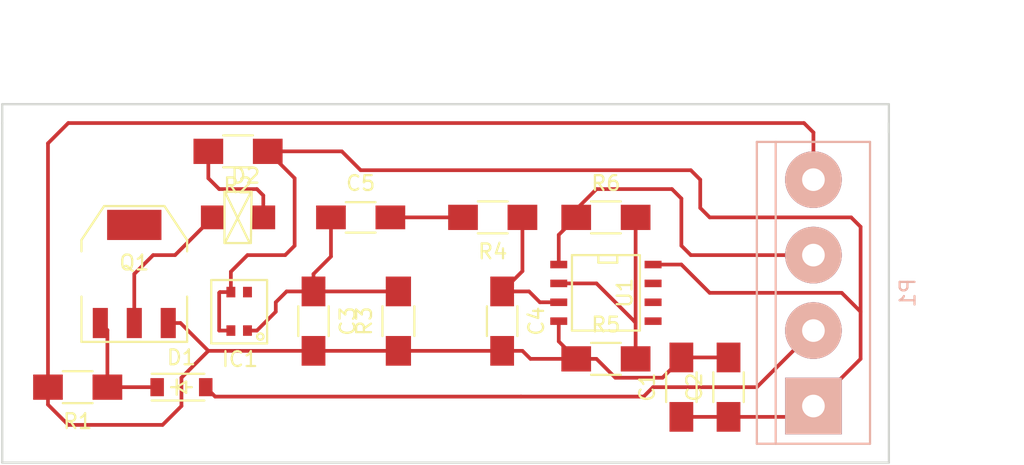
<source format=kicad_pcb>
(kicad_pcb (version 4) (host pcbnew 4.0.2+e4-6225~38~ubuntu15.10.1-stable)

  (general
    (links 30)
    (no_connects 0)
    (area 112.319999 80.97 185.165 111.835001)
    (thickness 1.6)
    (drawings 8)
    (tracks 104)
    (zones 0)
    (modules 17)
    (nets 13)
  )

  (page A4)
  (layers
    (0 F.Cu signal)
    (31 B.Cu signal)
    (32 B.Adhes user)
    (33 F.Adhes user)
    (34 B.Paste user)
    (35 F.Paste user)
    (36 B.SilkS user)
    (37 F.SilkS user)
    (38 B.Mask user)
    (39 F.Mask user)
    (40 Dwgs.User user)
    (41 Cmts.User user)
    (42 Eco1.User user)
    (43 Eco2.User user)
    (44 Edge.Cuts user)
    (45 Margin user)
    (46 B.CrtYd user)
    (47 F.CrtYd user)
    (48 B.Fab user)
    (49 F.Fab user)
  )

  (setup
    (last_trace_width 0.25)
    (trace_clearance 0.2)
    (zone_clearance 0.508)
    (zone_45_only no)
    (trace_min 0.2)
    (segment_width 0.2)
    (edge_width 0.15)
    (via_size 0.6)
    (via_drill 0.4)
    (via_min_size 0.4)
    (via_min_drill 0.3)
    (uvia_size 0.3)
    (uvia_drill 0.1)
    (uvias_allowed no)
    (uvia_min_size 0.2)
    (uvia_min_drill 0.1)
    (pcb_text_width 0.3)
    (pcb_text_size 1.5 1.5)
    (mod_edge_width 0.15)
    (mod_text_size 1 1)
    (mod_text_width 0.15)
    (pad_size 1.524 1.524)
    (pad_drill 0.762)
    (pad_to_mask_clearance 0.2)
    (aux_axis_origin 0 0)
    (grid_origin 136.525 130.175)
    (visible_elements FFFFFF7F)
    (pcbplotparams
      (layerselection 0x00030_80000001)
      (usegerberextensions false)
      (excludeedgelayer true)
      (linewidth 0.100000)
      (plotframeref false)
      (viasonmask false)
      (mode 1)
      (useauxorigin false)
      (hpglpennumber 1)
      (hpglpenspeed 20)
      (hpglpendiameter 15)
      (hpglpenoverlay 2)
      (psnegative false)
      (psa4output false)
      (plotreference true)
      (plotvalue true)
      (plotinvisibletext false)
      (padsonsilk false)
      (subtractmaskfromsilk false)
      (outputformat 1)
      (mirror false)
      (drillshape 1)
      (scaleselection 1)
      (outputdirectory ""))
  )

  (net 0 "")
  (net 1 +5V)
  (net 2 GND)
  (net 3 "Net-(C3-Pad1)")
  (net 4 "Net-(C4-Pad1)")
  (net 5 "Net-(C5-Pad2)")
  (net 6 "Net-(D1-Pad1)")
  (net 7 LED)
  (net 8 "Net-(D2-Pad1)")
  (net 9 "Net-(D2-Pad2)")
  (net 10 "Net-(IC1-Pad4)")
  (net 11 OUT)
  (net 12 "Net-(R5-Pad2)")

  (net_class Default "This is the default net class."
    (clearance 0.2)
    (trace_width 0.25)
    (via_dia 0.6)
    (via_drill 0.4)
    (uvia_dia 0.3)
    (uvia_drill 0.1)
    (add_net +5V)
    (add_net GND)
    (add_net LED)
    (add_net "Net-(C3-Pad1)")
    (add_net "Net-(C4-Pad1)")
    (add_net "Net-(C5-Pad2)")
    (add_net "Net-(D1-Pad1)")
    (add_net "Net-(D2-Pad1)")
    (add_net "Net-(D2-Pad2)")
    (add_net "Net-(IC1-Pad4)")
    (add_net "Net-(R5-Pad2)")
    (add_net OUT)
  )

  (module Resistors_SMD:R_1206_HandSoldering (layer F.Cu) (tedit 5418A20D) (tstamp 57448DA6)
    (at 128.27 90.805 180)
    (descr "Resistor SMD 1206, hand soldering")
    (tags "resistor 1206")
    (path /5742003F)
    (attr smd)
    (fp_text reference R2 (at 0 -2.3 180) (layer F.SilkS)
      (effects (font (size 1 1) (thickness 0.15)))
    )
    (fp_text value 150 (at 0 2.3 180) (layer F.Fab)
      (effects (font (size 1 1) (thickness 0.15)))
    )
    (fp_line (start -3.3 -1.2) (end 3.3 -1.2) (layer F.CrtYd) (width 0.05))
    (fp_line (start -3.3 1.2) (end 3.3 1.2) (layer F.CrtYd) (width 0.05))
    (fp_line (start -3.3 -1.2) (end -3.3 1.2) (layer F.CrtYd) (width 0.05))
    (fp_line (start 3.3 -1.2) (end 3.3 1.2) (layer F.CrtYd) (width 0.05))
    (fp_line (start 1 1.075) (end -1 1.075) (layer F.SilkS) (width 0.15))
    (fp_line (start -1 -1.075) (end 1 -1.075) (layer F.SilkS) (width 0.15))
    (pad 1 smd rect (at -2 0 180) (size 2 1.7) (layers F.Cu F.Paste F.Mask)
      (net 1 +5V))
    (pad 2 smd rect (at 2 0 180) (size 2 1.7) (layers F.Cu F.Paste F.Mask)
      (net 9 "Net-(D2-Pad2)"))
    (model Resistors_SMD.3dshapes/R_1206_HandSoldering.wrl
      (at (xyz 0 0 0))
      (scale (xyz 1 1 1))
      (rotate (xyz 0 0 0))
    )
  )

  (module Capacitors_SMD:C_1206_HandSoldering (layer F.Cu) (tedit 57448E79) (tstamp 57448D5D)
    (at 161.29 106.68 90)
    (descr "Capacitor SMD 1206, hand soldering")
    (tags "capacitor 1206")
    (path /57422C1C)
    (attr smd)
    (fp_text reference C2 (at 0 -2.3 270) (layer F.SilkS)
      (effects (font (size 1 1) (thickness 0.15)))
    )
    (fp_text value C (at 0 2.3 90) (layer F.Fab)
      (effects (font (size 1 1) (thickness 0.15)))
    )
    (fp_line (start -3.3 -1.15) (end 3.3 -1.15) (layer F.CrtYd) (width 0.05))
    (fp_line (start -3.3 1.15) (end 3.3 1.15) (layer F.CrtYd) (width 0.05))
    (fp_line (start -3.3 -1.15) (end -3.3 1.15) (layer F.CrtYd) (width 0.05))
    (fp_line (start 3.3 -1.15) (end 3.3 1.15) (layer F.CrtYd) (width 0.05))
    (fp_line (start 1 -1.025) (end -1 -1.025) (layer F.SilkS) (width 0.15))
    (fp_line (start -1 1.025) (end 1 1.025) (layer F.SilkS) (width 0.15))
    (pad 1 smd rect (at -2 0 90) (size 2 1.6) (layers F.Cu F.Paste F.Mask)
      (net 1 +5V))
    (pad 2 smd rect (at 2 0 90) (size 2 1.6) (layers F.Cu F.Paste F.Mask)
      (net 2 GND))
    (model Capacitors_SMD.3dshapes/C_1206_HandSoldering.wrl
      (at (xyz 0 0 0))
      (scale (xyz 1 1 1))
      (rotate (xyz 0 0 0))
    )
  )

  (module Resistors_SMD:R_1206_HandSoldering (layer F.Cu) (tedit 5418A20D) (tstamp 57448DA0)
    (at 117.475 106.68 180)
    (descr "Resistor SMD 1206, hand soldering")
    (tags "resistor 1206")
    (path /57420184)
    (attr smd)
    (fp_text reference R1 (at 0 -2.3 180) (layer F.SilkS)
      (effects (font (size 1 1) (thickness 0.15)))
    )
    (fp_text value 100k (at 0 2.3 180) (layer F.Fab)
      (effects (font (size 1 1) (thickness 0.15)))
    )
    (fp_line (start -3.3 -1.2) (end 3.3 -1.2) (layer F.CrtYd) (width 0.05))
    (fp_line (start -3.3 1.2) (end 3.3 1.2) (layer F.CrtYd) (width 0.05))
    (fp_line (start -3.3 -1.2) (end -3.3 1.2) (layer F.CrtYd) (width 0.05))
    (fp_line (start 3.3 -1.2) (end 3.3 1.2) (layer F.CrtYd) (width 0.05))
    (fp_line (start 1 1.075) (end -1 1.075) (layer F.SilkS) (width 0.15))
    (fp_line (start -1 -1.075) (end 1 -1.075) (layer F.SilkS) (width 0.15))
    (pad 1 smd rect (at -2 0 180) (size 2 1.7) (layers F.Cu F.Paste F.Mask)
      (net 6 "Net-(D1-Pad1)"))
    (pad 2 smd rect (at 2 0 180) (size 2 1.7) (layers F.Cu F.Paste F.Mask)
      (net 2 GND))
    (model Resistors_SMD.3dshapes/R_1206_HandSoldering.wrl
      (at (xyz 0 0 0))
      (scale (xyz 1 1 1))
      (rotate (xyz 0 0 0))
    )
  )

  (module SMD_Packages:SOIC-8-N (layer F.Cu) (tedit 0) (tstamp 57448DCA)
    (at 153.035 100.33 270)
    (descr "Module Narrow CMS SOJ 8 pins large")
    (tags "CMS SOJ")
    (path /57420C6B)
    (attr smd)
    (fp_text reference U1 (at 0 -1.27 270) (layer F.SilkS)
      (effects (font (size 1 1) (thickness 0.15)))
    )
    (fp_text value MCP6002 (at 0 1.27 270) (layer F.Fab)
      (effects (font (size 1 1) (thickness 0.15)))
    )
    (fp_line (start -2.54 -2.286) (end 2.54 -2.286) (layer F.SilkS) (width 0.15))
    (fp_line (start 2.54 -2.286) (end 2.54 2.286) (layer F.SilkS) (width 0.15))
    (fp_line (start 2.54 2.286) (end -2.54 2.286) (layer F.SilkS) (width 0.15))
    (fp_line (start -2.54 2.286) (end -2.54 -2.286) (layer F.SilkS) (width 0.15))
    (fp_line (start -2.54 -0.762) (end -2.032 -0.762) (layer F.SilkS) (width 0.15))
    (fp_line (start -2.032 -0.762) (end -2.032 0.508) (layer F.SilkS) (width 0.15))
    (fp_line (start -2.032 0.508) (end -2.54 0.508) (layer F.SilkS) (width 0.15))
    (pad 8 smd rect (at -1.905 -3.175 270) (size 0.508 1.143) (layers F.Cu F.Paste F.Mask)
      (net 1 +5V))
    (pad 7 smd rect (at -0.635 -3.175 270) (size 0.508 1.143) (layers F.Cu F.Paste F.Mask))
    (pad 6 smd rect (at 0.635 -3.175 270) (size 0.508 1.143) (layers F.Cu F.Paste F.Mask))
    (pad 5 smd rect (at 1.905 -3.175 270) (size 0.508 1.143) (layers F.Cu F.Paste F.Mask))
    (pad 4 smd rect (at 1.905 3.175 270) (size 0.508 1.143) (layers F.Cu F.Paste F.Mask)
      (net 2 GND))
    (pad 3 smd rect (at 0.635 3.175 270) (size 0.508 1.143) (layers F.Cu F.Paste F.Mask)
      (net 4 "Net-(C4-Pad1)"))
    (pad 2 smd rect (at -0.635 3.175 270) (size 0.508 1.143) (layers F.Cu F.Paste F.Mask)
      (net 12 "Net-(R5-Pad2)"))
    (pad 1 smd rect (at -1.905 3.175 270) (size 0.508 1.143) (layers F.Cu F.Paste F.Mask)
      (net 11 OUT))
    (model SMD_Packages.3dshapes/SOIC-8-N.wrl
      (at (xyz 0 0 0))
      (scale (xyz 0.5 0.38 0.5))
      (rotate (xyz 0 0 0))
    )
  )

  (module Capacitors_SMD:C_1206_HandSoldering (layer F.Cu) (tedit 541A9C03) (tstamp 57448D57)
    (at 158.115 106.68 90)
    (descr "Capacitor SMD 1206, hand soldering")
    (tags "capacitor 1206")
    (path /57422B87)
    (attr smd)
    (fp_text reference C1 (at 0 -2.3 90) (layer F.SilkS)
      (effects (font (size 1 1) (thickness 0.15)))
    )
    (fp_text value C (at 0 2.3 90) (layer F.Fab)
      (effects (font (size 1 1) (thickness 0.15)))
    )
    (fp_line (start -3.3 -1.15) (end 3.3 -1.15) (layer F.CrtYd) (width 0.05))
    (fp_line (start -3.3 1.15) (end 3.3 1.15) (layer F.CrtYd) (width 0.05))
    (fp_line (start -3.3 -1.15) (end -3.3 1.15) (layer F.CrtYd) (width 0.05))
    (fp_line (start 3.3 -1.15) (end 3.3 1.15) (layer F.CrtYd) (width 0.05))
    (fp_line (start 1 -1.025) (end -1 -1.025) (layer F.SilkS) (width 0.15))
    (fp_line (start -1 1.025) (end 1 1.025) (layer F.SilkS) (width 0.15))
    (pad 1 smd rect (at -2 0 90) (size 2 1.6) (layers F.Cu F.Paste F.Mask)
      (net 1 +5V))
    (pad 2 smd rect (at 2 0 90) (size 2 1.6) (layers F.Cu F.Paste F.Mask)
      (net 2 GND))
    (model Capacitors_SMD.3dshapes/C_1206_HandSoldering.wrl
      (at (xyz 0 0 0))
      (scale (xyz 1 1 1))
      (rotate (xyz 0 0 0))
    )
  )

  (module Capacitors_SMD:C_1206_HandSoldering (layer F.Cu) (tedit 541A9C03) (tstamp 57448D63)
    (at 133.35 102.235 270)
    (descr "Capacitor SMD 1206, hand soldering")
    (tags "capacitor 1206")
    (path /574214A5)
    (attr smd)
    (fp_text reference C3 (at 0 -2.3 270) (layer F.SilkS)
      (effects (font (size 1 1) (thickness 0.15)))
    )
    (fp_text value 10µF (at 0 2.3 270) (layer F.Fab)
      (effects (font (size 1 1) (thickness 0.15)))
    )
    (fp_line (start -3.3 -1.15) (end 3.3 -1.15) (layer F.CrtYd) (width 0.05))
    (fp_line (start -3.3 1.15) (end 3.3 1.15) (layer F.CrtYd) (width 0.05))
    (fp_line (start -3.3 -1.15) (end -3.3 1.15) (layer F.CrtYd) (width 0.05))
    (fp_line (start 3.3 -1.15) (end 3.3 1.15) (layer F.CrtYd) (width 0.05))
    (fp_line (start 1 -1.025) (end -1 -1.025) (layer F.SilkS) (width 0.15))
    (fp_line (start -1 1.025) (end 1 1.025) (layer F.SilkS) (width 0.15))
    (pad 1 smd rect (at -2 0 270) (size 2 1.6) (layers F.Cu F.Paste F.Mask)
      (net 3 "Net-(C3-Pad1)"))
    (pad 2 smd rect (at 2 0 270) (size 2 1.6) (layers F.Cu F.Paste F.Mask)
      (net 2 GND))
    (model Capacitors_SMD.3dshapes/C_1206_HandSoldering.wrl
      (at (xyz 0 0 0))
      (scale (xyz 1 1 1))
      (rotate (xyz 0 0 0))
    )
  )

  (module Capacitors_SMD:C_1206_HandSoldering (layer F.Cu) (tedit 541A9C03) (tstamp 57448D69)
    (at 146.05 102.235 270)
    (descr "Capacitor SMD 1206, hand soldering")
    (tags "capacitor 1206")
    (path /57421439)
    (attr smd)
    (fp_text reference C4 (at 0 -2.3 270) (layer F.SilkS)
      (effects (font (size 1 1) (thickness 0.15)))
    )
    (fp_text value 3,3nF (at 0 2.3 270) (layer F.Fab)
      (effects (font (size 1 1) (thickness 0.15)))
    )
    (fp_line (start -3.3 -1.15) (end 3.3 -1.15) (layer F.CrtYd) (width 0.05))
    (fp_line (start -3.3 1.15) (end 3.3 1.15) (layer F.CrtYd) (width 0.05))
    (fp_line (start -3.3 -1.15) (end -3.3 1.15) (layer F.CrtYd) (width 0.05))
    (fp_line (start 3.3 -1.15) (end 3.3 1.15) (layer F.CrtYd) (width 0.05))
    (fp_line (start 1 -1.025) (end -1 -1.025) (layer F.SilkS) (width 0.15))
    (fp_line (start -1 1.025) (end 1 1.025) (layer F.SilkS) (width 0.15))
    (pad 1 smd rect (at -2 0 270) (size 2 1.6) (layers F.Cu F.Paste F.Mask)
      (net 4 "Net-(C4-Pad1)"))
    (pad 2 smd rect (at 2 0 270) (size 2 1.6) (layers F.Cu F.Paste F.Mask)
      (net 2 GND))
    (model Capacitors_SMD.3dshapes/C_1206_HandSoldering.wrl
      (at (xyz 0 0 0))
      (scale (xyz 1 1 1))
      (rotate (xyz 0 0 0))
    )
  )

  (module Capacitors_SMD:C_1206_HandSoldering (layer F.Cu) (tedit 541A9C03) (tstamp 57448D6F)
    (at 136.525 95.25)
    (descr "Capacitor SMD 1206, hand soldering")
    (tags "capacitor 1206")
    (path /57447F1D)
    (attr smd)
    (fp_text reference C5 (at 0 -2.3) (layer F.SilkS)
      (effects (font (size 1 1) (thickness 0.15)))
    )
    (fp_text value 100nF (at 0 2.3) (layer F.Fab)
      (effects (font (size 1 1) (thickness 0.15)))
    )
    (fp_line (start -3.3 -1.15) (end 3.3 -1.15) (layer F.CrtYd) (width 0.05))
    (fp_line (start -3.3 1.15) (end 3.3 1.15) (layer F.CrtYd) (width 0.05))
    (fp_line (start -3.3 -1.15) (end -3.3 1.15) (layer F.CrtYd) (width 0.05))
    (fp_line (start 3.3 -1.15) (end 3.3 1.15) (layer F.CrtYd) (width 0.05))
    (fp_line (start 1 -1.025) (end -1 -1.025) (layer F.SilkS) (width 0.15))
    (fp_line (start -1 1.025) (end 1 1.025) (layer F.SilkS) (width 0.15))
    (pad 1 smd rect (at -2 0) (size 2 1.6) (layers F.Cu F.Paste F.Mask)
      (net 3 "Net-(C3-Pad1)"))
    (pad 2 smd rect (at 2 0) (size 2 1.6) (layers F.Cu F.Paste F.Mask)
      (net 5 "Net-(C5-Pad2)"))
    (model Capacitors_SMD.3dshapes/C_1206_HandSoldering.wrl
      (at (xyz 0 0 0))
      (scale (xyz 1 1 1))
      (rotate (xyz 0 0 0))
    )
  )

  (module Diodes_SMD:SOD-123 (layer F.Cu) (tedit 5530FCB9) (tstamp 57448D75)
    (at 124.46 106.68)
    (descr SOD-123)
    (tags SOD-123)
    (path /574201EC)
    (attr smd)
    (fp_text reference D1 (at 0 -2) (layer F.SilkS)
      (effects (font (size 1 1) (thickness 0.15)))
    )
    (fp_text value D (at 0 2.1) (layer F.Fab)
      (effects (font (size 1 1) (thickness 0.15)))
    )
    (fp_line (start 0.3175 0) (end 0.6985 0) (layer F.SilkS) (width 0.15))
    (fp_line (start -0.6985 0) (end -0.3175 0) (layer F.SilkS) (width 0.15))
    (fp_line (start -0.3175 0) (end 0.3175 -0.381) (layer F.SilkS) (width 0.15))
    (fp_line (start 0.3175 -0.381) (end 0.3175 0.381) (layer F.SilkS) (width 0.15))
    (fp_line (start 0.3175 0.381) (end -0.3175 0) (layer F.SilkS) (width 0.15))
    (fp_line (start -0.3175 -0.508) (end -0.3175 0.508) (layer F.SilkS) (width 0.15))
    (fp_line (start -2.25 -1.05) (end 2.25 -1.05) (layer F.CrtYd) (width 0.05))
    (fp_line (start 2.25 -1.05) (end 2.25 1.05) (layer F.CrtYd) (width 0.05))
    (fp_line (start 2.25 1.05) (end -2.25 1.05) (layer F.CrtYd) (width 0.05))
    (fp_line (start -2.25 -1.05) (end -2.25 1.05) (layer F.CrtYd) (width 0.05))
    (fp_line (start -2 0.9) (end 1.54 0.9) (layer F.SilkS) (width 0.15))
    (fp_line (start -2 -0.9) (end 1.54 -0.9) (layer F.SilkS) (width 0.15))
    (pad 1 smd rect (at -1.635 0) (size 0.91 1.22) (layers F.Cu F.Paste F.Mask)
      (net 6 "Net-(D1-Pad1)"))
    (pad 2 smd rect (at 1.635 0) (size 0.91 1.22) (layers F.Cu F.Paste F.Mask)
      (net 7 LED))
  )

  (module SemesterProjekt:SMD_REVERSE_MOUNT (layer F.Cu) (tedit 574480B9) (tstamp 57448D82)
    (at 128.27 95.25)
    (path /574207B0)
    (fp_text reference D2 (at 0.508 -2.794) (layer F.SilkS)
      (effects (font (size 1 1) (thickness 0.15)))
    )
    (fp_text value LED (at 0.6604 2.794) (layer F.Fab)
      (effects (font (size 1 1) (thickness 0.15)))
    )
    (fp_line (start -0.8636 1.6764) (end 0.8636 -1.6764) (layer F.SilkS) (width 0.15))
    (fp_line (start -0.8636 -1.6764) (end 0.762 1.6764) (layer F.SilkS) (width 0.15))
    (fp_line (start -0.9144 0) (end -0.9144 -1.7272) (layer F.SilkS) (width 0.15))
    (fp_line (start -0.9144 -1.7272) (end 0.9144 -1.7272) (layer F.SilkS) (width 0.15))
    (fp_line (start 0.9144 -1.7272) (end 0.8636 1.7272) (layer F.SilkS) (width 0.15))
    (fp_line (start 0.8636 1.7272) (end -0.9144 1.7272) (layer F.SilkS) (width 0.15))
    (fp_line (start -0.9144 1.7272) (end -0.9144 0.0508) (layer F.SilkS) (width 0.15))
    (pad 1 smd rect (at -1.7 0) (size 1.6 1.6) (layers F.Cu F.Paste F.Mask)
      (net 8 "Net-(D2-Pad1)"))
    (pad 2 smd rect (at 1.7 0) (size 1.6 1.6) (layers F.Cu F.Paste F.Mask)
      (net 9 "Net-(D2-Pad2)"))
  )

  (module SemesterProjekt:APDS-9006-0200 (layer F.Cu) (tedit 57420F17) (tstamp 57448D8A)
    (at 128.905 102.87 180)
    (path /57420BE8)
    (fp_text reference IC1 (at 0.508 -1.9304 180) (layer F.SilkS)
      (effects (font (size 1 1) (thickness 0.15)))
    )
    (fp_text value APDS-9006-020 (at 0.508 4.3688 180) (layer F.Fab)
      (effects (font (size 1 1) (thickness 0.15)))
    )
    (fp_circle (center -0.8636 -0.4064) (end -0.7112 -0.254) (layer F.SilkS) (width 0.15))
    (fp_line (start -1.3208 -0.8636) (end 2.4384 -0.8636) (layer F.SilkS) (width 0.15))
    (fp_line (start 2.4384 -0.8636) (end 2.4384 3.4036) (layer F.SilkS) (width 0.15))
    (fp_line (start 2.4384 3.4036) (end -1.3208 3.4036) (layer F.SilkS) (width 0.15))
    (fp_line (start -1.3208 3.4036) (end -1.3208 -0.8636) (layer F.SilkS) (width 0.15))
    (pad 1 smd rect (at 0 0 180) (size 0.6 0.71) (layers F.Cu F.Paste F.Mask)
      (net 3 "Net-(C3-Pad1)") (solder_mask_margin 0.15) (clearance 0.15))
    (pad 2 smd rect (at 1.1176 0 180) (size 0.6 0.71) (layers F.Cu F.Paste F.Mask)
      (net 1 +5V) (solder_mask_margin 0.15) (clearance 0.15))
    (pad 4 smd rect (at 0 2.5908 180) (size 0.6 0.71) (layers F.Cu F.Paste F.Mask)
      (net 10 "Net-(IC1-Pad4)") (solder_mask_margin 0.15) (clearance 0.15))
    (pad 3 smd rect (at 1.1176 2.5908 180) (size 0.6 0.71) (layers F.Cu F.Paste F.Mask)
      (net 1 +5V) (solder_mask_margin 0.15) (clearance 0.15))
  )

  (module Connect:bornier4 (layer B.Cu) (tedit 0) (tstamp 57448D92)
    (at 167.005 100.33 90)
    (descr "Bornier d'alimentation 4 pins")
    (tags DEV)
    (path /57423621)
    (fp_text reference P1 (at 0 6.35 90) (layer B.SilkS)
      (effects (font (size 1 1) (thickness 0.15)) (justify mirror))
    )
    (fp_text value CONN_01X04 (at 0 -5.08 90) (layer B.Fab)
      (effects (font (size 1 1) (thickness 0.15)) (justify mirror))
    )
    (fp_line (start -10.16 3.81) (end -10.16 -3.81) (layer B.SilkS) (width 0.15))
    (fp_line (start 10.16 -3.81) (end 10.16 3.81) (layer B.SilkS) (width 0.15))
    (fp_line (start 10.16 -2.54) (end -10.16 -2.54) (layer B.SilkS) (width 0.15))
    (fp_line (start -10.16 3.81) (end 10.16 3.81) (layer B.SilkS) (width 0.15))
    (fp_line (start -10.16 -3.81) (end 10.16 -3.81) (layer B.SilkS) (width 0.15))
    (pad 2 thru_hole circle (at -2.54 0 90) (size 3.81 3.81) (drill 1.524) (layers *.Cu *.Mask B.SilkS)
      (net 7 LED))
    (pad 3 thru_hole circle (at 2.54 0 90) (size 3.81 3.81) (drill 1.524) (layers *.Cu *.Mask B.SilkS)
      (net 11 OUT))
    (pad 1 thru_hole rect (at -7.62 0 90) (size 3.81 3.81) (drill 1.524) (layers *.Cu *.Mask B.SilkS)
      (net 1 +5V))
    (pad 4 thru_hole circle (at 7.62 0 90) (size 3.81 3.81) (drill 1.524) (layers *.Cu *.Mask B.SilkS)
      (net 2 GND))
    (model Connect.3dshapes/bornier4.wrl
      (at (xyz 0 0 0))
      (scale (xyz 1 1 1))
      (rotate (xyz 0 0 0))
    )
  )

  (module TO_SOT_Packages_SMD:SOT-223 (layer F.Cu) (tedit 0) (tstamp 57448D9A)
    (at 121.285 99.06)
    (descr "module CMS SOT223 4 pins")
    (tags "CMS SOT")
    (path /5741FF84)
    (attr smd)
    (fp_text reference Q1 (at 0 -0.762) (layer F.SilkS)
      (effects (font (size 1 1) (thickness 0.15)))
    )
    (fp_text value ZVN2106G (at 0 0.762) (layer F.Fab)
      (effects (font (size 1 1) (thickness 0.15)))
    )
    (fp_line (start -3.556 1.524) (end -3.556 4.572) (layer F.SilkS) (width 0.15))
    (fp_line (start -3.556 4.572) (end 3.556 4.572) (layer F.SilkS) (width 0.15))
    (fp_line (start 3.556 4.572) (end 3.556 1.524) (layer F.SilkS) (width 0.15))
    (fp_line (start -3.556 -1.524) (end -3.556 -2.286) (layer F.SilkS) (width 0.15))
    (fp_line (start -3.556 -2.286) (end -2.032 -4.572) (layer F.SilkS) (width 0.15))
    (fp_line (start -2.032 -4.572) (end 2.032 -4.572) (layer F.SilkS) (width 0.15))
    (fp_line (start 2.032 -4.572) (end 3.556 -2.286) (layer F.SilkS) (width 0.15))
    (fp_line (start 3.556 -2.286) (end 3.556 -1.524) (layer F.SilkS) (width 0.15))
    (pad 4 smd rect (at 0 -3.302) (size 3.6576 2.032) (layers F.Cu F.Paste F.Mask))
    (pad 2 smd rect (at 0 3.302) (size 1.016 2.032) (layers F.Cu F.Paste F.Mask)
      (net 8 "Net-(D2-Pad1)"))
    (pad 3 smd rect (at 2.286 3.302) (size 1.016 2.032) (layers F.Cu F.Paste F.Mask)
      (net 2 GND))
    (pad 1 smd rect (at -2.286 3.302) (size 1.016 2.032) (layers F.Cu F.Paste F.Mask)
      (net 6 "Net-(D1-Pad1)"))
    (model TO_SOT_Packages_SMD.3dshapes/SOT-223.wrl
      (at (xyz 0 0 0))
      (scale (xyz 0.4 0.4 0.4))
      (rotate (xyz 0 0 0))
    )
  )

  (module Resistors_SMD:R_1206_HandSoldering (layer F.Cu) (tedit 5418A20D) (tstamp 57448DAC)
    (at 139.065 102.235 90)
    (descr "Resistor SMD 1206, hand soldering")
    (tags "resistor 1206")
    (path /5742101C)
    (attr smd)
    (fp_text reference R3 (at 0 -2.3 90) (layer F.SilkS)
      (effects (font (size 1 1) (thickness 0.15)))
    )
    (fp_text value 1k (at 0 2.3 90) (layer F.Fab)
      (effects (font (size 1 1) (thickness 0.15)))
    )
    (fp_line (start -3.3 -1.2) (end 3.3 -1.2) (layer F.CrtYd) (width 0.05))
    (fp_line (start -3.3 1.2) (end 3.3 1.2) (layer F.CrtYd) (width 0.05))
    (fp_line (start -3.3 -1.2) (end -3.3 1.2) (layer F.CrtYd) (width 0.05))
    (fp_line (start 3.3 -1.2) (end 3.3 1.2) (layer F.CrtYd) (width 0.05))
    (fp_line (start 1 1.075) (end -1 1.075) (layer F.SilkS) (width 0.15))
    (fp_line (start -1 -1.075) (end 1 -1.075) (layer F.SilkS) (width 0.15))
    (pad 1 smd rect (at -2 0 90) (size 2 1.7) (layers F.Cu F.Paste F.Mask)
      (net 2 GND))
    (pad 2 smd rect (at 2 0 90) (size 2 1.7) (layers F.Cu F.Paste F.Mask)
      (net 3 "Net-(C3-Pad1)"))
    (model Resistors_SMD.3dshapes/R_1206_HandSoldering.wrl
      (at (xyz 0 0 0))
      (scale (xyz 1 1 1))
      (rotate (xyz 0 0 0))
    )
  )

  (module Resistors_SMD:R_1206_HandSoldering (layer F.Cu) (tedit 5418A20D) (tstamp 57448DB2)
    (at 145.415 95.25 180)
    (descr "Resistor SMD 1206, hand soldering")
    (tags "resistor 1206")
    (path /5742105F)
    (attr smd)
    (fp_text reference R4 (at 0 -2.3 180) (layer F.SilkS)
      (effects (font (size 1 1) (thickness 0.15)))
    )
    (fp_text value 10M (at 0 2.3 180) (layer F.Fab)
      (effects (font (size 1 1) (thickness 0.15)))
    )
    (fp_line (start -3.3 -1.2) (end 3.3 -1.2) (layer F.CrtYd) (width 0.05))
    (fp_line (start -3.3 1.2) (end 3.3 1.2) (layer F.CrtYd) (width 0.05))
    (fp_line (start -3.3 -1.2) (end -3.3 1.2) (layer F.CrtYd) (width 0.05))
    (fp_line (start 3.3 -1.2) (end 3.3 1.2) (layer F.CrtYd) (width 0.05))
    (fp_line (start 1 1.075) (end -1 1.075) (layer F.SilkS) (width 0.15))
    (fp_line (start -1 -1.075) (end 1 -1.075) (layer F.SilkS) (width 0.15))
    (pad 1 smd rect (at -2 0 180) (size 2 1.7) (layers F.Cu F.Paste F.Mask)
      (net 4 "Net-(C4-Pad1)"))
    (pad 2 smd rect (at 2 0 180) (size 2 1.7) (layers F.Cu F.Paste F.Mask)
      (net 5 "Net-(C5-Pad2)"))
    (model Resistors_SMD.3dshapes/R_1206_HandSoldering.wrl
      (at (xyz 0 0 0))
      (scale (xyz 1 1 1))
      (rotate (xyz 0 0 0))
    )
  )

  (module Resistors_SMD:R_1206_HandSoldering (layer F.Cu) (tedit 5418A20D) (tstamp 57448DB8)
    (at 153.035 104.775)
    (descr "Resistor SMD 1206, hand soldering")
    (tags "resistor 1206")
    (path /57420FC0)
    (attr smd)
    (fp_text reference R5 (at 0 -2.3) (layer F.SilkS)
      (effects (font (size 1 1) (thickness 0.15)))
    )
    (fp_text value 200 (at 0 2.3) (layer F.Fab)
      (effects (font (size 1 1) (thickness 0.15)))
    )
    (fp_line (start -3.3 -1.2) (end 3.3 -1.2) (layer F.CrtYd) (width 0.05))
    (fp_line (start -3.3 1.2) (end 3.3 1.2) (layer F.CrtYd) (width 0.05))
    (fp_line (start -3.3 -1.2) (end -3.3 1.2) (layer F.CrtYd) (width 0.05))
    (fp_line (start 3.3 -1.2) (end 3.3 1.2) (layer F.CrtYd) (width 0.05))
    (fp_line (start 1 1.075) (end -1 1.075) (layer F.SilkS) (width 0.15))
    (fp_line (start -1 -1.075) (end 1 -1.075) (layer F.SilkS) (width 0.15))
    (pad 1 smd rect (at -2 0) (size 2 1.7) (layers F.Cu F.Paste F.Mask)
      (net 2 GND))
    (pad 2 smd rect (at 2 0) (size 2 1.7) (layers F.Cu F.Paste F.Mask)
      (net 12 "Net-(R5-Pad2)"))
    (model Resistors_SMD.3dshapes/R_1206_HandSoldering.wrl
      (at (xyz 0 0 0))
      (scale (xyz 1 1 1))
      (rotate (xyz 0 0 0))
    )
  )

  (module Resistors_SMD:R_1206_HandSoldering (layer F.Cu) (tedit 5418A20D) (tstamp 57448DBE)
    (at 153.035 95.25)
    (descr "Resistor SMD 1206, hand soldering")
    (tags "resistor 1206")
    (path /57420EB6)
    (attr smd)
    (fp_text reference R6 (at 0 -2.3) (layer F.SilkS)
      (effects (font (size 1 1) (thickness 0.15)))
    )
    (fp_text value 2k8 (at 0 2.3) (layer F.Fab)
      (effects (font (size 1 1) (thickness 0.15)))
    )
    (fp_line (start -3.3 -1.2) (end 3.3 -1.2) (layer F.CrtYd) (width 0.05))
    (fp_line (start -3.3 1.2) (end 3.3 1.2) (layer F.CrtYd) (width 0.05))
    (fp_line (start -3.3 -1.2) (end -3.3 1.2) (layer F.CrtYd) (width 0.05))
    (fp_line (start 3.3 -1.2) (end 3.3 1.2) (layer F.CrtYd) (width 0.05))
    (fp_line (start 1 1.075) (end -1 1.075) (layer F.SilkS) (width 0.15))
    (fp_line (start -1 -1.075) (end 1 -1.075) (layer F.SilkS) (width 0.15))
    (pad 1 smd rect (at -2 0) (size 2 1.7) (layers F.Cu F.Paste F.Mask)
      (net 11 OUT))
    (pad 2 smd rect (at 2 0) (size 2 1.7) (layers F.Cu F.Paste F.Mask)
      (net 12 "Net-(R5-Pad2)"))
    (model Resistors_SMD.3dshapes/R_1206_HandSoldering.wrl
      (at (xyz 0 0 0))
      (scale (xyz 1 1 1))
      (rotate (xyz 0 0 0))
    )
  )

  (dimension 24.13 (width 0.3) (layer Cmts.User)
    (gr_text "24,130 mm" (at 178.515 99.695 270) (layer Cmts.User)
      (effects (font (size 1.5 1.5) (thickness 0.3)))
    )
    (feature1 (pts (xy 175.26 111.76) (xy 179.865 111.76)))
    (feature2 (pts (xy 175.26 87.63) (xy 179.865 87.63)))
    (crossbar (pts (xy 177.165 87.63) (xy 177.165 111.76)))
    (arrow1a (pts (xy 177.165 111.76) (xy 176.578579 110.633496)))
    (arrow1b (pts (xy 177.165 111.76) (xy 177.751421 110.633496)))
    (arrow2a (pts (xy 177.165 87.63) (xy 176.578579 88.756504)))
    (arrow2b (pts (xy 177.165 87.63) (xy 177.751421 88.756504)))
  )
  (dimension 59.69 (width 0.3) (layer Cmts.User)
    (gr_text "59,690 mm" (at 142.24 82.47) (layer Cmts.User)
      (effects (font (size 1.5 1.5) (thickness 0.3)))
    )
    (feature1 (pts (xy 172.085 86.36) (xy 172.085 81.12)))
    (feature2 (pts (xy 112.395 86.36) (xy 112.395 81.12)))
    (crossbar (pts (xy 112.395 83.82) (xy 172.085 83.82)))
    (arrow1a (pts (xy 172.085 83.82) (xy 170.958496 84.406421)))
    (arrow1b (pts (xy 172.085 83.82) (xy 170.958496 83.233579)))
    (arrow2a (pts (xy 112.395 83.82) (xy 113.521504 84.406421)))
    (arrow2b (pts (xy 112.395 83.82) (xy 113.521504 83.233579)))
  )
  (gr_line (start 172.085 87.63) (end 172.085 89.535) (angle 90) (layer Edge.Cuts) (width 0.15))
  (gr_line (start 112.395 87.63) (end 172.085 87.63) (angle 90) (layer Edge.Cuts) (width 0.15))
  (gr_line (start 112.395 88.9) (end 112.395 87.63) (angle 90) (layer Edge.Cuts) (width 0.15))
  (gr_line (start 172.085 111.76) (end 172.085 88.9) (angle 90) (layer Edge.Cuts) (width 0.15))
  (gr_line (start 112.395 111.76) (end 172.085 111.76) (angle 90) (layer Edge.Cuts) (width 0.15))
  (gr_line (start 112.395 88.9) (end 112.395 111.76) (angle 90) (layer Edge.Cuts) (width 0.15))

  (segment (start 130.27 90.805) (end 135.255 90.805) (width 0.25) (layer F.Cu) (net 1))
  (segment (start 170.18 95.885) (end 170.18 101.6) (width 0.25) (layer F.Cu) (net 1) (tstamp 574493E0))
  (segment (start 169.545 95.25) (end 170.18 95.885) (width 0.25) (layer F.Cu) (net 1) (tstamp 574493DF))
  (segment (start 160.02 95.25) (end 169.545 95.25) (width 0.25) (layer F.Cu) (net 1) (tstamp 574493DE))
  (segment (start 159.385 94.615) (end 160.02 95.25) (width 0.25) (layer F.Cu) (net 1) (tstamp 574493DD))
  (segment (start 159.385 92.71) (end 159.385 94.615) (width 0.25) (layer F.Cu) (net 1) (tstamp 574493DC))
  (segment (start 158.75 92.075) (end 159.385 92.71) (width 0.25) (layer F.Cu) (net 1) (tstamp 574493DB))
  (segment (start 136.525 92.075) (end 158.75 92.075) (width 0.25) (layer F.Cu) (net 1) (tstamp 574493D9))
  (segment (start 135.255 90.805) (end 136.525 92.075) (width 0.25) (layer F.Cu) (net 1) (tstamp 574493D7))
  (segment (start 156.21 98.425) (end 158.115 98.425) (width 0.25) (layer F.Cu) (net 1))
  (segment (start 158.115 98.425) (end 160.02 100.33) (width 0.25) (layer F.Cu) (net 1) (tstamp 574493BB))
  (segment (start 160.02 100.33) (end 168.91 100.33) (width 0.25) (layer F.Cu) (net 1) (tstamp 574493BC))
  (segment (start 168.91 100.33) (end 170.18 101.6) (width 0.25) (layer F.Cu) (net 1) (tstamp 574493BD))
  (segment (start 170.18 104.775) (end 167.005 107.95) (width 0.25) (layer F.Cu) (net 1) (tstamp 574493BF))
  (segment (start 170.18 101.6) (end 170.18 104.775) (width 0.25) (layer F.Cu) (net 1) (tstamp 574493BE))
  (segment (start 161.29 108.68) (end 166.275 108.68) (width 0.25) (layer F.Cu) (net 1))
  (segment (start 166.275 108.68) (end 167.005 107.95) (width 0.25) (layer F.Cu) (net 1) (tstamp 574493A2))
  (segment (start 158.115 108.68) (end 161.29 108.68) (width 0.25) (layer F.Cu) (net 1))
  (segment (start 127.7874 100.2792) (end 127.7874 98.9076) (width 0.25) (layer F.Cu) (net 1))
  (segment (start 132.08 92.615) (end 130.27 90.805) (width 0.25) (layer F.Cu) (net 1) (tstamp 574492F8))
  (segment (start 132.08 97.155) (end 132.08 92.615) (width 0.25) (layer F.Cu) (net 1) (tstamp 574492F7))
  (segment (start 131.445 97.79) (end 132.08 97.155) (width 0.25) (layer F.Cu) (net 1) (tstamp 574492F6))
  (segment (start 128.905 97.79) (end 131.445 97.79) (width 0.25) (layer F.Cu) (net 1) (tstamp 574492F4))
  (segment (start 127.7874 98.9076) (end 128.905 97.79) (width 0.25) (layer F.Cu) (net 1) (tstamp 574492F3))
  (segment (start 127.7874 100.2792) (end 127.0508 100.2792) (width 0.25) (layer F.Cu) (net 1))
  (segment (start 127.0508 100.2792) (end 127 100.33) (width 0.25) (layer F.Cu) (net 1) (tstamp 57449211))
  (segment (start 127 100.33) (end 127 102.87) (width 0.25) (layer F.Cu) (net 1) (tstamp 57449212))
  (segment (start 127 102.87) (end 127.7874 102.87) (width 0.25) (layer F.Cu) (net 1) (tstamp 57449213))
  (segment (start 149.86 102.235) (end 149.86 103.6) (width 0.25) (layer F.Cu) (net 2))
  (segment (start 149.86 103.6) (end 151.035 104.775) (width 0.25) (layer F.Cu) (net 2) (tstamp 5744954C))
  (segment (start 115.475 106.68) (end 115.475 90.265) (width 0.25) (layer F.Cu) (net 2))
  (segment (start 167.005 89.535) (end 167.005 92.71) (width 0.25) (layer F.Cu) (net 2) (tstamp 5744951B))
  (segment (start 166.37 88.9) (end 167.005 89.535) (width 0.25) (layer F.Cu) (net 2) (tstamp 5744951A))
  (segment (start 116.84 88.9) (end 166.37 88.9) (width 0.25) (layer F.Cu) (net 2) (tstamp 57449517))
  (segment (start 115.475 90.265) (end 116.84 88.9) (width 0.25) (layer F.Cu) (net 2) (tstamp 57449512))
  (segment (start 123.571 102.362) (end 124.397 102.362) (width 0.25) (layer F.Cu) (net 2))
  (segment (start 124.397 102.362) (end 126.27 104.235) (width 0.25) (layer F.Cu) (net 2) (tstamp 574494AF))
  (segment (start 158.115 104.68) (end 158.115 104.775) (width 0.25) (layer F.Cu) (net 2))
  (segment (start 158.115 104.775) (end 156.845 106.045) (width 0.25) (layer F.Cu) (net 2) (tstamp 57449490))
  (segment (start 152.4 104.775) (end 151.035 104.775) (width 0.25) (layer F.Cu) (net 2) (tstamp 57449494))
  (segment (start 153.67 106.045) (end 152.4 104.775) (width 0.25) (layer F.Cu) (net 2) (tstamp 57449493))
  (segment (start 156.845 106.045) (end 153.67 106.045) (width 0.25) (layer F.Cu) (net 2) (tstamp 57449491))
  (segment (start 158.115 104.68) (end 161.29 104.68) (width 0.25) (layer F.Cu) (net 2))
  (segment (start 146.05 104.235) (end 147.415 104.235) (width 0.25) (layer F.Cu) (net 2))
  (segment (start 147.955 104.775) (end 151.035 104.775) (width 0.25) (layer F.Cu) (net 2) (tstamp 57449472))
  (segment (start 147.415 104.235) (end 147.955 104.775) (width 0.25) (layer F.Cu) (net 2) (tstamp 57449471))
  (segment (start 139.065 104.235) (end 146.05 104.235) (width 0.25) (layer F.Cu) (net 2))
  (segment (start 133.35 104.235) (end 139.065 104.235) (width 0.25) (layer F.Cu) (net 2))
  (segment (start 115.475 106.68) (end 115.475 107.855) (width 0.25) (layer F.Cu) (net 2))
  (segment (start 126.27 104.235) (end 133.35 104.235) (width 0.25) (layer F.Cu) (net 2) (tstamp 57449469))
  (segment (start 124.46 106.045) (end 126.27 104.235) (width 0.25) (layer F.Cu) (net 2) (tstamp 57449467))
  (segment (start 124.46 107.95) (end 124.46 106.045) (width 0.25) (layer F.Cu) (net 2) (tstamp 57449465))
  (segment (start 123.19 109.22) (end 124.46 107.95) (width 0.25) (layer F.Cu) (net 2) (tstamp 57449463))
  (segment (start 116.84 109.22) (end 123.19 109.22) (width 0.25) (layer F.Cu) (net 2) (tstamp 57449461))
  (segment (start 115.475 107.855) (end 116.84 109.22) (width 0.25) (layer F.Cu) (net 2) (tstamp 5744945F))
  (segment (start 133.35 100.235) (end 139.065 100.235) (width 0.25) (layer F.Cu) (net 3))
  (segment (start 133.35 100.235) (end 133.35 99.06) (width 0.25) (layer F.Cu) (net 3))
  (segment (start 134.525 97.885) (end 134.525 95.25) (width 0.25) (layer F.Cu) (net 3) (tstamp 57449205))
  (segment (start 133.35 99.06) (end 134.525 97.885) (width 0.25) (layer F.Cu) (net 3) (tstamp 57449204))
  (segment (start 128.905 102.87) (end 129.54 102.87) (width 0.25) (layer F.Cu) (net 3))
  (segment (start 131.54 100.235) (end 133.35 100.235) (width 0.25) (layer F.Cu) (net 3) (tstamp 57449201))
  (segment (start 130.81 100.965) (end 131.54 100.235) (width 0.25) (layer F.Cu) (net 3) (tstamp 57449200))
  (segment (start 130.81 101.6) (end 130.81 100.965) (width 0.25) (layer F.Cu) (net 3) (tstamp 574491FE))
  (segment (start 129.54 102.87) (end 130.81 101.6) (width 0.25) (layer F.Cu) (net 3) (tstamp 574491FD))
  (segment (start 146.05 100.235) (end 147.86 100.235) (width 0.25) (layer F.Cu) (net 4))
  (segment (start 148.59 100.965) (end 149.86 100.965) (width 0.25) (layer F.Cu) (net 4) (tstamp 574493EA))
  (segment (start 147.86 100.235) (end 148.59 100.965) (width 0.25) (layer F.Cu) (net 4) (tstamp 574493E9))
  (segment (start 147.415 95.25) (end 147.415 98.87) (width 0.25) (layer F.Cu) (net 4))
  (segment (start 147.415 98.87) (end 146.05 100.235) (width 0.25) (layer F.Cu) (net 4) (tstamp 5744920D))
  (segment (start 138.525 95.25) (end 143.415 95.25) (width 0.25) (layer F.Cu) (net 5))
  (segment (start 119.475 106.68) (end 119.475 102.838) (width 0.25) (layer F.Cu) (net 6))
  (segment (start 119.475 102.838) (end 118.999 102.362) (width 0.25) (layer F.Cu) (net 6) (tstamp 574493E6))
  (segment (start 119.475 106.68) (end 122.825 106.68) (width 0.25) (layer F.Cu) (net 6))
  (segment (start 147.32 107.315) (end 126.73 107.315) (width 0.25) (layer F.Cu) (net 7))
  (segment (start 163.195 106.68) (end 156.21 106.68) (width 0.25) (layer F.Cu) (net 7) (tstamp 574493A7))
  (segment (start 156.21 106.68) (end 155.575 107.315) (width 0.25) (layer F.Cu) (net 7) (tstamp 574493A8))
  (segment (start 155.575 107.315) (end 147.32 107.315) (width 0.25) (layer F.Cu) (net 7) (tstamp 574493A9))
  (segment (start 167.005 102.87) (end 163.195 106.68) (width 0.25) (layer F.Cu) (net 7))
  (segment (start 126.73 107.315) (end 126.095 106.68) (width 0.25) (layer F.Cu) (net 7) (tstamp 574493C3))
  (segment (start 121.285 102.362) (end 121.285 99.06) (width 0.25) (layer F.Cu) (net 8))
  (segment (start 124.03 97.79) (end 126.57 95.25) (width 0.25) (layer F.Cu) (net 8) (tstamp 574491D9))
  (segment (start 122.555 97.79) (end 124.03 97.79) (width 0.25) (layer F.Cu) (net 8) (tstamp 574491D7))
  (segment (start 121.285 99.06) (end 122.555 97.79) (width 0.25) (layer F.Cu) (net 8) (tstamp 574491D6))
  (segment (start 126.27 90.805) (end 126.27 92.615) (width 0.25) (layer F.Cu) (net 9))
  (segment (start 129.97 93.775) (end 129.97 95.25) (width 0.25) (layer F.Cu) (net 9) (tstamp 57449240))
  (segment (start 129.54 93.345) (end 129.97 93.775) (width 0.25) (layer F.Cu) (net 9) (tstamp 5744923F))
  (segment (start 127 93.345) (end 129.54 93.345) (width 0.25) (layer F.Cu) (net 9) (tstamp 5744923E))
  (segment (start 126.27 92.615) (end 127 93.345) (width 0.25) (layer F.Cu) (net 9) (tstamp 5744923D))
  (segment (start 130.27 94.95) (end 129.97 95.25) (width 0.25) (layer F.Cu) (net 9) (tstamp 574491F7))
  (segment (start 151.035 95.25) (end 151.035 94.71) (width 0.25) (layer F.Cu) (net 11))
  (segment (start 151.035 94.71) (end 152.4 93.345) (width 0.25) (layer F.Cu) (net 11) (tstamp 574493B2))
  (segment (start 158.75 97.79) (end 167.005 97.79) (width 0.25) (layer F.Cu) (net 11) (tstamp 574493B8))
  (segment (start 158.115 97.155) (end 158.75 97.79) (width 0.25) (layer F.Cu) (net 11) (tstamp 574493B7))
  (segment (start 158.115 93.98) (end 158.115 97.155) (width 0.25) (layer F.Cu) (net 11) (tstamp 574493B6))
  (segment (start 157.48 93.345) (end 158.115 93.98) (width 0.25) (layer F.Cu) (net 11) (tstamp 574493B5))
  (segment (start 152.4 93.345) (end 157.48 93.345) (width 0.25) (layer F.Cu) (net 11) (tstamp 574493B3))
  (segment (start 149.86 98.425) (end 149.86 96.425) (width 0.25) (layer F.Cu) (net 11))
  (segment (start 149.86 96.425) (end 151.035 95.25) (width 0.25) (layer F.Cu) (net 11) (tstamp 5744926B))
  (segment (start 155.035 95.25) (end 155.035 102.33) (width 0.25) (layer F.Cu) (net 12))
  (segment (start 155.035 102.33) (end 154.94 102.235) (width 0.25) (layer F.Cu) (net 12) (tstamp 5744926F))
  (segment (start 149.86 99.695) (end 152.4 99.695) (width 0.25) (layer F.Cu) (net 12))
  (segment (start 155.035 102.33) (end 155.035 104.775) (width 0.25) (layer F.Cu) (net 12) (tstamp 57449260))
  (segment (start 152.4 99.695) (end 154.94 102.235) (width 0.25) (layer F.Cu) (net 12) (tstamp 5744925F))
  (segment (start 154.94 102.235) (end 155.035 102.33) (width 0.25) (layer F.Cu) (net 12) (tstamp 57449272))

)

</source>
